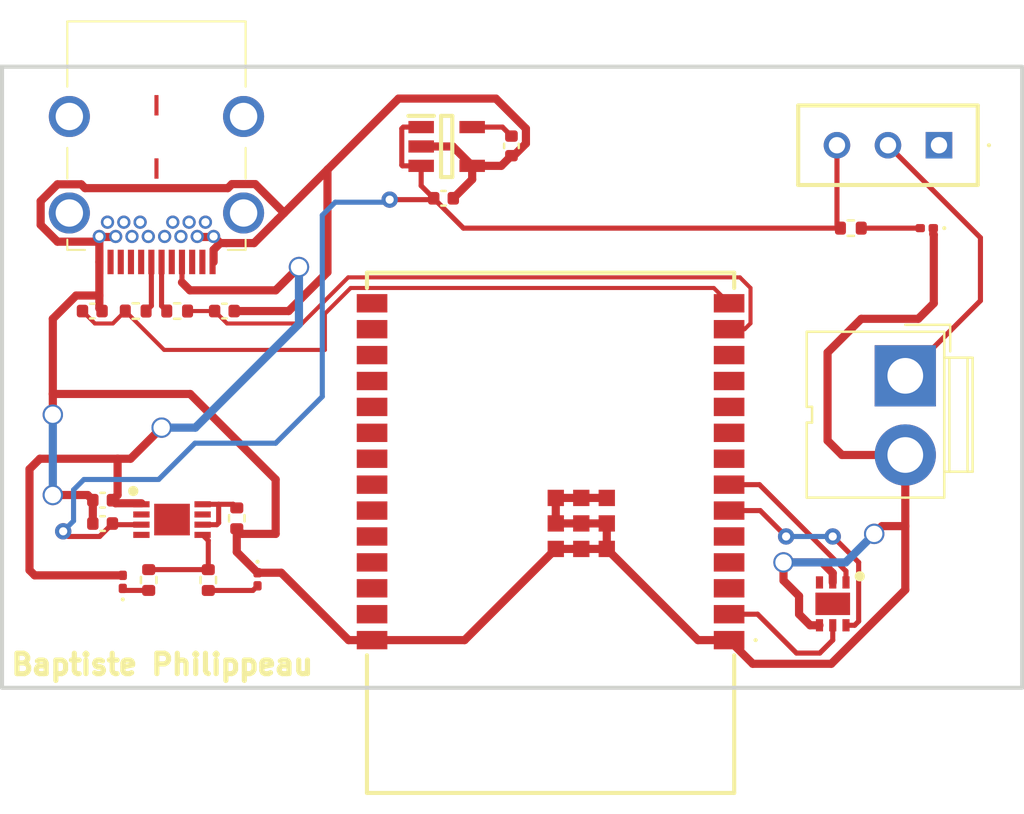
<source format=kicad_pcb>
(kicad_pcb (version 20221018) (generator pcbnew)
  (layers (0 "F.Cu" signal) (31 "B.Cu" signal) (34 "B.Paste" user) (35 "F.Paste" user) (36 "B.SilkS" user "B.Silkscreen") (37 "F.SilkS" user "F.Silkscreen") (38 "B.Mask" user) (39 "F.Mask" user) (44 "Edge.Cuts" user))
  (net 0 "")
  (net 1 "/3.3V_REG")
  (net 2 "GND")
  (net 3 "/V_INT")
  (net 4 "+5V")
  (net 5 "/USB_D-")
  (net 6 "/USB_D+")
  (net 7 "Net-(D1-K)")
  (net 8 "Net-(D3-A)")
  (net 9 "+3.3V")
  (net 13 "/IO6")
  (net 14 "/IO7")
  (net 35 "Net-(IC2-STAT)")
  (net 36 "Net-(IC2-PROG)")
  (net 50 "Net-(J1-DP1)")
  (net 51 "Net-(J1-DN1)")
  (net 66 "/V_BAT_IN+")
  (net 67 "Net-(D2-A)")
  (footprint "librairie_tp1:SLW8839352AD" (layer "F.Cu") (at 145.923 69.088 180)
    (fp_text reference "S1" hide)
    (fp_text value "SLW-883935-2A-D switch" hide)
    (fp_line (start -2.5 0) (end -2.5 0) (stroke (width 0.1)) (layer "F.SilkS"))
    (fp_line (start -2.4 0) (end -2.4 0) (stroke (width 0.1)) (layer "F.SilkS"))
    (fp_line (start -1.9 -1.95) (end 6.9 -1.95) (stroke (width 0.2)) (layer "F.SilkS"))
    (fp_line (start -1.9 1.95) (end -1.9 -1.95) (stroke (width 0.2)) (layer "F.SilkS"))
    (fp_line (start 6.9 -1.95) (end 6.9 1.95) (stroke (width 0.2)) (layer "F.SilkS"))
    (fp_line (start 6.9 1.95) (end -1.9 1.95) (stroke (width 0.2)) (layer "F.SilkS"))
    (fp_arc (start -2.5 0) (mid -2.45 -0.05) (end -2.4 0) (stroke (width 0.1)) (layer "F.SilkS"))
    (fp_arc (start -2.4 0) (mid -2.45 0.05) (end -2.5 0) (stroke (width 0.1)) (layer "F.SilkS"))
    (pad "1" thru_hole rect (at 0 0 180) (size 1.3 1.3) (drill 0.8) (layers "*.Cu" "*.Mask"))
    (pad "2" thru_hole circle (at 2.5 0 180) (size 1.3 1.3) (drill 0.8) (layers "*.Cu" "*.Mask") (net 66 "/V_BAT_IN+"))
    (pad "3" thru_hole circle (at 5 0 180) (size 1.3 1.3) (drill 0.8) (layers "*.Cu" "*.Mask") (net 3 "/V_INT"))
  )
  (footprint "LED_SMD:LED_0201_0603Metric" (layer "F.Cu") (at 112.522 90.363 -90)
    (fp_text reference "D2" hide)
    (fp_text value "LED RED" hide)
    (fp_circle (center -0.86 0) (end -0.81 0) (stroke (width 0.1)) (fill none) (layer "F.SilkS"))
    (pad "1" smd roundrect (at -0.32 0 270) (size 0.46 0.4) (layers "F.Cu" "F.Mask") (net 2 "GND"))
    (pad "2" smd roundrect (at 0.32 0 270) (size 0.46 0.4) (layers "F.Cu" "F.Mask") (net 67 "Net-(D2-A)"))
  )
  (footprint "Capacitor_SMD:C_0402_1005Metric" (layer "F.Cu") (at 121.638 71.689)
    (fp_text reference "C2" hide)
    (fp_text value "1uf" hide)
    (fp_line (start -0.107836 -0.36) (end 0.107836 -0.36) (stroke (width 0.12)) (layer "F.SilkS"))
    (fp_line (start -0.107836 0.36) (end 0.107836 0.36) (stroke (width 0.12)) (layer "F.SilkS"))
    (pad "1" smd roundrect (at -0.48 0) (size 0.56 0.62) (layers "F.Cu" "F.Paste" "F.Mask") (net 3 "/V_INT"))
    (pad "2" smd roundrect (at 0.48 0) (size 0.56 0.62) (layers "F.Cu" "F.Paste" "F.Mask") (net 2 "GND"))
  )
  (footprint "Connector:JWT_A3963_1x02_P3.96mm_Vertical" (layer "F.Cu") (at 144.272 80.391 -90)
    (fp_text reference "J2" hide)
    (fp_text value "Conn_01x02_Pin" hide)
    (fp_line (start -2.5 -2.2) (end -2.5 0) (stroke (width 0.12)) (layer "F.SilkS"))
    (fp_line (start -2.16 -1.91) (end -2.16 0) (stroke (width 0.12)) (layer "F.SilkS"))
    (fp_line (start -2.16 -1.91) (end 5.97 -1.91) (stroke (width 0.12)) (layer "F.SilkS"))
    (fp_line (start -2.16 0) (end -2.16 4.83) (stroke (width 0.12)) (layer "F.SilkS"))
    (fp_line (start -1.2 -2.2) (end -2.5 -2.2) (stroke (width 0.12)) (layer "F.SilkS"))
    (fp_line (start -0.89 -3.3) (end 4.7 -3.3) (stroke (width 0.12)) (layer "F.SilkS"))
    (fp_line (start -0.89 -3.05) (end 4.7 -3.05) (stroke (width 0.12)) (layer "F.SilkS"))
    (fp_line (start -0.89 -2.16) (end 4.7 -2.16) (stroke (width 0.12)) (layer "F.SilkS"))
    (fp_line (start -0.89 -1.91) (end -0.89 -3.3) (stroke (width 0.12)) (layer "F.SilkS"))
    (fp_line (start 1.52 4.57) (end 2.29 4.57) (stroke (width 0.12)) (layer "F.SilkS"))
    (fp_line (start 1.52 4.83) (end -2.16 4.83) (stroke (width 0.12)) (layer "F.SilkS"))
    (fp_line (start 1.52 4.83) (end 1.52 4.57) (stroke (width 0.12)) (layer "F.SilkS"))
    (fp_line (start 2.29 4.57) (end 2.29 4.83) (stroke (width 0.12)) (layer "F.SilkS"))
    (fp_line (start 2.29 4.83) (end 5.97 4.83) (stroke (width 0.12)) (layer "F.SilkS"))
    (fp_line (start 4.7 -1.91) (end 4.7 -3.3) (stroke (width 0.12)) (layer "F.SilkS"))
    (fp_line (start 5.97 -1.91) (end 5.97 0) (stroke (width 0.12)) (layer "F.SilkS"))
    (fp_line (start 5.97 4.83) (end 5.97 0) (stroke (width 0.12)) (layer "F.SilkS"))
    (pad "1" thru_hole rect (at 0 0 270) (size 3 3) (drill 1.75) (layers "*.Cu" "*.Mask") (net 66 "/V_BAT_IN+"))
    (pad "2" thru_hole circle (at 3.88 0 270) (size 3 3) (drill 1.75) (layers "*.Cu" "*.Mask") (net 2 "GND"))
  )
  (footprint "Resistor_SMD:R_0402_1005Metric" (layer "F.Cu") (at 111.506 87.374 -90)
    (fp_text reference "R5" hide)
    (fp_text value "2k" hide)
    (fp_line (start -0.153641 -0.38) (end 0.153641 -0.38) (stroke (width 0.12)) (layer "F.SilkS"))
    (fp_line (start -0.153641 0.38) (end 0.153641 0.38) (stroke (width 0.12)) (layer "F.SilkS"))
    (pad "1" smd roundrect (at -0.51 0 270) (size 0.54 0.64) (layers "F.Cu" "F.Paste" "F.Mask") (net 36 "Net-(IC2-PROG)"))
    (pad "2" smd roundrect (at 0.51 0 270) (size 0.54 0.64) (layers "F.Cu" "F.Paste" "F.Mask") (net 2 "GND"))
  )
  (footprint "Capacitor_SMD:C_0402_1005Metric" (layer "F.Cu") (at 110.899 77.216)
    (fp_text reference "C6" hide)
    (fp_text value "1uf" hide)
    (fp_line (start -0.107836 -0.36) (end 0.107836 -0.36) (stroke (width 0.12)) (layer "F.SilkS"))
    (fp_line (start -0.107836 0.36) (end 0.107836 0.36) (stroke (width 0.12)) (layer "F.SilkS"))
    (pad "1" smd roundrect (at -0.48 0) (size 0.56 0.62) (layers "F.Cu" "F.Paste" "F.Mask") (net 6 "/USB_D+"))
    (pad "2" smd roundrect (at 0.48 0) (size 0.56 0.62) (layers "F.Cu" "F.Paste" "F.Mask") (net 2 "GND"))
  )
  (footprint "librairie_tp1:SON65P200X200X80-7N" (layer "F.Cu") (at 140.716 91.567 -90)
    (fp_text reference "IC4" hide)
    (fp_text value "TMP117NAIDRVR capteur temp" hide)
    (fp_circle (center -1.35 -1.325) (end -1.35 -1.2) (stroke (width 0.25)) (fill none) (layer "F.SilkS"))
    (pad "1" smd rect (at -1.05 -0.65) (size 0.35 0.6) (layers "F.Cu" "F.Paste" "F.Mask") (net 14 "/IO7"))
    (pad "2" smd rect (at -1.05 0) (size 0.35 0.6) (layers "F.Cu" "F.Paste" "F.Mask") (net 2 "GND"))
    (pad "3" smd rect (at -1.05 0.65) (size 0.35 0.6) (layers "F.Cu" "F.Paste" "F.Mask"))
    (pad "4" smd rect (at 1.05 0.65) (size 0.35 0.6) (layers "F.Cu" "F.Paste" "F.Mask") (net 2 "GND"))
    (pad "5" smd rect (at 1.05 0) (size 0.35 0.6) (layers "F.Cu" "F.Paste" "F.Mask") (net 9 "+3.3V"))
    (pad "6" smd rect (at 1.05 -0.65) (size 0.35 0.6) (layers "F.Cu" "F.Paste" "F.Mask") (net 13 "/IO6"))
    (pad "7" smd rect (at 0 0 270) (size 1.1 1.7) (layers "F.Cu" "F.Paste" "F.Mask"))
  )
  (footprint "librairie_tp1:ESP32C6WROOM1N4" (layer "F.Cu") (at 126.886 88.085 180)
    (fp_text reference "IC1" hide)
    (fp_text value "ESP32-C6-WROOM-1-N4" hide)
    (fp_line (start -10.1 -5.26) (end -10.1 -5.26) (stroke (width 0.1)) (layer "F.SilkS"))
    (fp_line (start -10 -5.26) (end -10 -5.26) (stroke (width 0.1)) (layer "F.SilkS"))
    (fp_line (start -9 -12.75) (end 9 -12.75) (stroke (width 0.2)) (layer "F.SilkS"))
    (fp_line (start -9 -6) (end -9 -12.75) (stroke (width 0.2)) (layer "F.SilkS"))
    (fp_line (start -9 12) (end -9 12.75) (stroke (width 0.2)) (layer "F.SilkS"))
    (fp_line (start -9 12.75) (end 9 12.75) (stroke (width 0.2)) (layer "F.SilkS"))
    (fp_line (start 9 -12.75) (end 9 -6) (stroke (width 0.2)) (layer "F.SilkS"))
    (fp_line (start 9 12.75) (end 9 12) (stroke (width 0.2)) (layer "F.SilkS"))
    (fp_arc (start -10.1 -5.26) (mid -10.05 -5.31) (end -10 -5.26) (stroke (width 0.1)) (layer "F.SilkS"))
    (fp_arc (start -10 -5.26) (mid -10.05 -5.21) (end -10.1 -5.26) (stroke (width 0.1)) (layer "F.SilkS"))
    (pad "1" smd rect (at -8.75 -5.26 270) (size 0.9 1.5) (layers "F.Cu" "F.Paste" "F.Mask") (net 2 "GND"))
    (pad "2" smd rect (at -8.75 -3.99 270) (size 0.9 1.5) (layers "F.Cu" "F.Paste" "F.Mask") (net 9 "+3.3V"))
    (pad "3" smd rect (at -8.75 -2.72 270) (size 0.9 1.5) (layers "F.Cu" "F.Paste" "F.Mask"))
    (pad "4" smd rect (at -8.75 -1.45 270) (size 0.9 1.5) (layers "F.Cu" "F.Paste" "F.Mask"))
    (pad "5" smd rect (at -8.75 -0.18 270) (size 0.9 1.5) (layers "F.Cu" "F.Paste" "F.Mask"))
    (pad "6" smd rect (at -8.75 1.09 270) (size 0.9 1.5) (layers "F.Cu" "F.Paste" "F.Mask") (net 13 "/IO6"))
    (pad "7" smd rect (at -8.75 2.36 270) (size 0.9 1.5) (layers "F.Cu" "F.Paste" "F.Mask") (net 14 "/IO7"))
    (pad "8" smd rect (at -8.75 3.63 270) (size 0.9 1.5) (layers "F.Cu" "F.Paste" "F.Mask"))
    (pad "9" smd rect (at -8.75 4.9 270) (size 0.9 1.5) (layers "F.Cu" "F.Paste" "F.Mask"))
    (pad "10" smd rect (at -8.75 6.17 270) (size 0.9 1.5) (layers "F.Cu" "F.Paste" "F.Mask"))
    (pad "11" smd rect (at -8.75 7.44 270) (size 0.9 1.5) (layers "F.Cu" "F.Paste" "F.Mask"))
    (pad "12" smd rect (at -8.75 8.71 270) (size 0.9 1.5) (layers "F.Cu" "F.Paste" "F.Mask"))
    (pad "13" smd rect (at -8.75 9.98 270) (size 0.9 1.5) (layers "F.Cu" "F.Paste" "F.Mask") (net 6 "/USB_D+"))
    (pad "14" smd rect (at -8.75 11.25 270) (size 0.9 1.5) (layers "F.Cu" "F.Paste" "F.Mask") (net 5 "/USB_D-"))
    (pad "15" smd rect (at 8.75 11.25 270) (size 0.9 1.5) (layers "F.Cu" "F.Paste" "F.Mask"))
    (pad "16" smd rect (at 8.75 9.98 270) (size 0.9 1.5) (layers "F.Cu" "F.Paste" "F.Mask"))
    (pad "17" smd rect (at 8.75 8.71 270) (size 0.9 1.5) (layers "F.Cu" "F.Paste" "F.Mask"))
    (pad "18" smd rect (at 8.75 7.44 270) (size 0.9 1.5) (layers "F.Cu" "F.Paste" "F.Mask"))
    (pad "19" smd rect (at 8.75 6.17 270) (size 0.9 1.5) (layers "F.Cu" "F.Paste" "F.Mask"))
    (pad "20" smd rect (at 8.75 4.9 270) (size 0.9 1.5) (layers "F.Cu" "F.Paste" "F.Mask"))
    (pad "21" smd rect (at 8.75 3.63 270) (size 0.9 1.5) (layers "F.Cu" "F.Paste" "F.Mask"))
    (pad "22" smd rect (at 8.75 2.36 270) (size 0.9 1.5) (layers "F.Cu" "F.Paste" "F.Mask"))
    (pad "23" smd rect (at 8.75 1.09 270) (size 0.9 1.5) (layers "F.Cu" "F.Paste" "F.Mask"))
    (pad "24" smd rect (at 8.75 -0.18 270) (size 0.9 1.5) (layers "F.Cu" "F.Paste" "F.Mask"))
    (pad "25" smd rect (at 8.75 -1.45 270) (size 0.9 1.5) (layers "F.Cu" "F.Paste" "F.Mask"))
    (pad "26" smd rect (at 8.75 -2.72 270) (size 0.9 1.5) (layers "F.Cu" "F.Paste" "F.Mask"))
    (pad "27" smd rect (at 8.75 -3.99 270) (size 0.9 1.5) (layers "F.Cu" "F.Paste" "F.Mask"))
    (pad "28" smd rect (at 8.75 -5.26 270) (size 0.9 1.5) (layers "F.Cu" "F.Paste" "F.Mask") (net 2 "GND"))
    (pad "29" smd rect (at -1.505 0.46 270) (size 0.8 0.8) (layers "F.Cu" "F.Paste" "F.Mask") (net 2 "GND"))
    (pad "30" smd rect (at -1.505 -0.79 270) (size 0.8 0.8) (layers "F.Cu" "F.Paste" "F.Mask") (net 2 "GND"))
    (pad "31" smd rect (at -2.755 -0.79 270) (size 0.8 0.8) (layers "F.Cu" "F.Paste" "F.Mask") (net 2 "GND"))
    (pad "32" smd rect (at -2.755 0.46 270) (size 0.8 0.8) (layers "F.Cu" "F.Paste" "F.Mask") (net 2 "GND"))
    (pad "33" smd rect (at -2.755 1.71 270) (size 0.8 0.8) (layers "F.Cu" "F.Paste" "F.Mask") (net 2 "GND"))
    (pad "34" smd rect (at -1.505 1.71 270) (size 0.8 0.8) (layers "F.Cu" "F.Paste" "F.Mask") (net 2 "GND"))
    (pad "35" smd rect (at -0.255 1.71 270) (size 0.8 0.8) (layers "F.Cu" "F.Paste" "F.Mask") (net 2 "GND"))
    (pad "36" smd rect (at -0.255 0.46 270) (size 0.8 0.8) (layers "F.Cu" "F.Paste" "F.Mask") (net 2 "GND"))
    (pad "37" smd rect (at -0.255 -0.79 270) (size 0.8 0.8) (layers "F.Cu" "F.Paste" "F.Mask") (net 2 "GND"))
  )
  (footprint "Capacitor_SMD:C_0402_1005Metric" (layer "F.Cu") (at 104.93 86.487 180)
    (fp_text reference "C3" hide)
    (fp_text value "4,7uf" hide)
    (fp_line (start -0.107836 -0.36) (end 0.107836 -0.36) (stroke (width 0.12)) (layer "F.SilkS"))
    (fp_line (start -0.107836 0.36) (end 0.107836 0.36) (stroke (width 0.12)) (layer "F.SilkS"))
    (pad "1" smd roundrect (at -0.48 0 180) (size 0.56 0.62) (layers "F.Cu" "F.Paste" "F.Mask") (net 4 "+5V"))
    (pad "2" smd roundrect (at 0.48 0 180) (size 0.56 0.62) (layers "F.Cu" "F.Paste" "F.Mask") (net 2 "GND"))
  )
  (footprint "Resistor_SMD:R_0402_1005Metric" (layer "F.Cu") (at 141.603 73.152 180)
    (fp_text reference "R4" hide)
    (fp_text value "1k" hide)
    (fp_line (start -0.153641 -0.38) (end 0.153641 -0.38) (stroke (width 0.12)) (layer "F.SilkS"))
    (fp_line (start -0.153641 0.38) (end 0.153641 0.38) (stroke (width 0.12)) (layer "F.SilkS"))
    (pad "1" smd roundrect (at -0.51 0 180) (size 0.54 0.64) (layers "F.Cu" "F.Paste" "F.Mask") (net 8 "Net-(D3-A)"))
    (pad "2" smd roundrect (at 0.51 0 180) (size 0.54 0.64) (layers "F.Cu" "F.Paste" "F.Mask") (net 3 "/V_INT"))
  )
  (footprint "librairie_tp1:SOT95P275X110-5N" (layer "F.Cu") (at 121.793 69.149)
    (fp_text reference "IC3")
    (fp_text value "NCV8161ASN330T1G reg tension" hide)
    (fp_line (start -1.875 -1.5) (end -0.625 -1.5) (stroke (width 0.2)) (layer "F.SilkS"))
    (fp_line (start -0.275 -1.5) (end 0.275 -1.5) (stroke (width 0.2)) (layer "F.SilkS"))
    (fp_line (start -0.275 1.5) (end -0.275 -1.5) (stroke (width 0.2)) (layer "F.SilkS"))
    (fp_line (start 0.275 -1.5) (end 0.275 1.5) (stroke (width 0.2)) (layer "F.SilkS"))
    (fp_line (start 0.275 1.5) (end -0.275 1.5) (stroke (width 0.2)) (layer "F.SilkS"))
    (pad "1" smd rect (at -1.25 -0.95 90) (size 0.6 1.25) (layers "F.Cu" "F.Paste" "F.Mask") (net 3 "/V_INT"))
    (pad "2" smd rect (at -1.25 0 90) (size 0.6 1.25) (layers "F.Cu" "F.Paste" "F.Mask") (net 2 "GND"))
    (pad "3" smd rect (at -1.25 0.95 90) (size 0.6 1.25) (layers "F.Cu" "F.Paste" "F.Mask") (net 3 "/V_INT"))
    (pad "4" smd rect (at 1.25 0.95 90) (size 0.6 1.25) (layers "F.Cu" "F.Paste" "F.Mask") (net 2 "GND"))
    (pad "5" smd rect (at 1.25 -0.95 90) (size 0.6 1.25) (layers "F.Cu" "F.Paste" "F.Mask") (net 1 "/3.3V_REG"))
  )
  (footprint "Resistor_SMD:R_0402_1005Metric" (layer "F.Cu") (at 108.583 77.216 180)
    (fp_text reference "R6" hide)
    (fp_text value "470" hide)
    (fp_line (start -0.153641 -0.38) (end 0.153641 -0.38) (stroke (width 0.12)) (layer "F.SilkS"))
    (fp_line (start -0.153641 0.38) (end 0.153641 0.38) (stroke (width 0.12)) (layer "F.SilkS"))
    (pad "1" smd roundrect (at -0.51 0 180) (size 0.54 0.64) (layers "F.Cu" "F.Paste" "F.Mask") (net 6 "/USB_D+"))
    (pad "2" smd roundrect (at 0.51 0 180) (size 0.54 0.64) (layers "F.Cu" "F.Paste" "F.Mask") (net 50 "Net-(J1-DP1)"))
  )
  (footprint "Resistor_SMD:R_0402_1005Metric" (layer "F.Cu") (at 106.551 77.216 180)
    (fp_text reference "R7" hide)
    (fp_text value "470" hide)
    (fp_line (start -0.153641 -0.38) (end 0.153641 -0.38) (stroke (width 0.12)) (layer "F.SilkS"))
    (fp_line (start -0.153641 0.38) (end 0.153641 0.38) (stroke (width 0.12)) (layer "F.SilkS"))
    (pad "1" smd roundrect (at -0.51 0 180) (size 0.54 0.64) (layers "F.Cu" "F.Paste" "F.Mask") (net 51 "Net-(J1-DN1)"))
    (pad "2" smd roundrect (at 0.51 0 180) (size 0.54 0.64) (layers "F.Cu" "F.Paste" "F.Mask") (net 5 "/USB_D-"))
  )
  (footprint "Capacitor_SMD:C_0402_1005Metric" (layer "F.Cu") (at 104.422 77.216)
    (fp_text reference "C5" hide)
    (fp_text value "1uf" hide)
    (fp_line (start -0.107836 -0.36) (end 0.107836 -0.36) (stroke (width 0.12)) (layer "F.SilkS"))
    (fp_line (start -0.107836 0.36) (end 0.107836 0.36) (stroke (width 0.12)) (layer "F.SilkS"))
    (pad "1" smd roundrect (at -0.48 0) (size 0.56 0.62) (layers "F.Cu" "F.Paste" "F.Mask") (net 5 "/USB_D-"))
    (pad "2" smd roundrect (at 0.48 0) (size 0.56 0.62) (layers "F.Cu" "F.Paste" "F.Mask") (net 2 "GND"))
  )
  (footprint "Capacitor_SMD:C_0402_1005Metric" (layer "F.Cu") (at 124.968 69.121 -90)
    (fp_text reference "C1" hide)
    (fp_text value "1uf" hide)
    (fp_line (start -0.107836 -0.36) (end 0.107836 -0.36) (stroke (width 0.12)) (layer "F.SilkS"))
    (fp_line (start -0.107836 0.36) (end 0.107836 0.36) (stroke (width 0.12)) (layer "F.SilkS"))
    (pad "1" smd roundrect (at -0.48 0 270) (size 0.56 0.62) (layers "F.Cu" "F.Paste" "F.Mask") (net 1 "/3.3V_REG"))
    (pad "2" smd roundrect (at 0.48 0 270) (size 0.56 0.62) (layers "F.Cu" "F.Paste" "F.Mask") (net 2 "GND"))
  )
  (footprint "librairie_tp1:SON50P300X200X100-9N-D" (layer "F.Cu") (at 108.331 87.4365)
    (fp_text reference "IC2" hide)
    (fp_text value "MCP73831T-2DCI_MC recharge batterie" hide)
    (fp_circle (center -1.9 -1.4) (end -1.9 -1.275) (stroke (width 0.25)) (fill none) (layer "F.SilkS"))
    (pad "1" smd rect (at -1.5 -0.75 90) (size 0.3 0.8) (layers "F.Cu" "F.Paste" "F.Mask") (net 4 "+5V"))
    (pad "2" smd rect (at -1.5 -0.25 90) (size 0.3 0.8) (layers "F.Cu" "F.Paste" "F.Mask"))
    (pad "3" smd rect (at -1.5 0.25 90) (size 0.3 0.8) (layers "F.Cu" "F.Paste" "F.Mask") (net 3 "/V_INT"))
    (pad "4" smd rect (at -1.5 0.75 90) (size 0.3 0.8) (layers "F.Cu" "F.Paste" "F.Mask"))
    (pad "5" smd rect (at 1.5 0.75 90) (size 0.3 0.8) (layers "F.Cu" "F.Paste" "F.Mask") (net 35 "Net-(IC2-STAT)"))
    (pad "6" smd rect (at 1.5 0.25 90) (size 0.3 0.8) (layers "F.Cu" "F.Paste" "F.Mask") (net 36 "Net-(IC2-PROG)"))
    (pad "7" smd rect (at 1.5 -0.25 90) (size 0.3 0.8) (layers "F.Cu" "F.Paste" "F.Mask"))
    (pad "8" smd rect (at 1.5 -0.75 90) (size 0.3 0.8) (layers "F.Cu" "F.Paste" "F.Mask") (net 36 "Net-(IC2-PROG)"))
    (pad "9" smd rect (at 0 0 90) (size 1.55 1.75) (layers "F.Cu" "F.Paste" "F.Mask"))
  )
  (footprint "Capacitor_SMD:C_0402_1005Metric" (layer "F.Cu") (at 104.93 87.63 180)
    (fp_text reference "C4" hide)
    (fp_text value "4,7uf" hide)
    (fp_line (start -0.107836 -0.36) (end 0.107836 -0.36) (stroke (width 0.12)) (layer "F.SilkS"))
    (fp_line (start -0.107836 0.36) (end 0.107836 0.36) (stroke (width 0.12)) (layer "F.SilkS"))
    (pad "1" smd roundrect (at -0.48 0 180) (size 0.56 0.62) (layers "F.Cu" "F.Paste" "F.Mask") (net 3 "/V_INT"))
    (pad "2" smd roundrect (at 0.48 0 180) (size 0.56 0.62) (layers "F.Cu" "F.Paste" "F.Mask") (net 2 "GND"))
  )
  (footprint "librairie_tp1:632723300011" (layer "F.Cu") (at 107.569 68.915 180)
    (fp_text reference "J1" hide)
    (fp_text value "632723300011 connecteur" hide)
    (fp_line (start -4.37 -5.305) (end -3.5 -5.305) (stroke (width 0.1)) (layer "F.SilkS"))
    (fp_line (start -4.37 -4.805) (end -4.37 -5.305) (stroke (width 0.1)) (layer "F.SilkS"))
    (fp_line (start -4.37 -0.305) (end -4.37 -1.805) (stroke (width 0.1)) (layer "F.SilkS"))
    (fp_line (start -4.37 2.695) (end -4.37 5.895) (stroke (width 0.1)) (layer "F.SilkS"))
    (fp_line (start -4.37 5.895) (end 4.37 5.895) (stroke (width 0.1)) (layer "F.SilkS"))
    (fp_line (start 4.37 -5.305) (end 3.5 -5.305) (stroke (width 0.1)) (layer "F.SilkS"))
    (fp_line (start 4.37 -4.805) (end 4.37 -5.305) (stroke (width 0.1)) (layer "F.SilkS"))
    (fp_line (start 4.37 -0.305) (end 4.37 -1.805) (stroke (width 0.1)) (layer "F.SilkS"))
    (fp_line (start 4.37 5.895) (end 4.37 2.695) (stroke (width 0.1)) (layer "F.SilkS"))
    (pad "1" thru_hole circle (at 2 -4.645 180) (size 0.65 0.65) (drill 0.4) (layers "*.Cu" "*.Mask") (net 2 "GND"))
    (pad "2" thru_hole circle (at -2 -4.645 180) (size 0.65 0.65) (drill 0.4) (layers "*.Cu" "*.Mask") (net 2 "GND"))
    (pad "3" thru_hole circle (at 4.27 -3.495 180) (size 2.012 2.012) (drill 1.3416) (layers "*.Cu" "*.Mask"))
    (pad "4" thru_hole circle (at -4.27 -3.495 180) (size 2.012 2.012) (drill 1.3416) (layers "*.Cu" "*.Mask"))
    (pad "5" thru_hole circle (at 4.27 1.235 180) (size 2.012 2.012) (drill 1.3416) (layers "*.Cu" "*.Mask"))
    (pad "6" thru_hole circle (at -4.27 1.235 180) (size 2.012 2.012) (drill 1.3416) (layers "*.Cu" "*.Mask"))
    (pad "7" smd rect (at 0 -1.315 180) (size 0.2 1) (layers "F.Cu" "F.Paste" "F.Mask"))
    (pad "8" smd rect (at 0 1.785 180) (size 0.2 1) (layers "F.Cu" "F.Paste" "F.Mask"))
    (pad "A1" smd rect (at -2.75 -5.895 180) (size 0.3 1.2) (layers "F.Cu" "F.Paste" "F.Mask") (net 2 "GND"))
    (pad "A2" smd rect (at -2.25 -5.895 180) (size 0.3 1.2) (layers "F.Cu" "F.Paste" "F.Mask"))
    (pad "A3" smd rect (at -1.75 -5.895 180) (size 0.3 1.2) (layers "F.Cu" "F.Paste" "F.Mask"))
    (pad "A4" smd rect (at -1.25 -5.895 180) (size 0.3 1.2) (layers "F.Cu" "F.Paste" "F.Mask") (net 4 "+5V"))
    (pad "A5" smd rect (at -0.75 -5.895 180) (size 0.3 1.2) (layers "F.Cu" "F.Paste" "F.Mask"))
    (pad "A6" smd rect (at -0.25 -5.895 180) (size 0.3 1.2) (layers "F.Cu" "F.Paste" "F.Mask") (net 50 "Net-(J1-DP1)"))
    (pad "A7" smd rect (at 0.25 -5.895 180) (size 0.3 1.2) (layers "F.Cu" "F.Paste" "F.Mask") (net 51 "Net-(J1-DN1)"))
    (pad "A8" smd rect (at 0.75 -5.895 180) (size 0.3 1.2) (layers "F.Cu" "F.Paste" "F.Mask"))
    (pad "A9" smd rect (at 1.25 -5.895 180) (size 0.3 1.2) (layers "F.Cu" "F.Paste" "F.Mask"))
    (pad "A10" smd rect (at 1.75 -5.895 180) (size 0.3 1.2) (layers "F.Cu" "F.Paste" "F.Mask"))
    (pad "A11" smd rect (at 2.25 -5.895 180) (size 0.3 1.2) (layers "F.Cu" "F.Paste" "F.Mask"))
    (pad "A12" smd rect (at 2.75 -5.895 180) (size 0.3 1.2) (layers "F.Cu" "F.Paste" "F.Mask") (net 2 "GND"))
    (pad "B1" thru_hole circle (at 2.8 -4.645 180) (size 0.65 0.65) (drill 0.4) (layers "*.Cu" "*.Mask") (net 2 "GND"))
    (pad "B2" thru_hole circle (at 2.4 -3.945 180) (size 0.65 0.65) (drill 0.4) (layers "*.Cu" "*.Mask"))
    (pad "B3" thru_hole circle (at 1.6 -3.945 180) (size 0.65 0.65) (drill 0.4) (layers "*.Cu" "*.Mask"))
    (pad "B4" thru_hole circle (at 1.2 -4.645 180) (size 0.65 0.65) (drill 0.4) (layers "*.Cu" "*.Mask"))
    (pad "B5" thru_hole circle (at 0.8 -3.945 180) (size 0.65 0.65) (drill 0.4) (layers "*.Cu" "*.Mask"))
    (pad "B6" thru_hole circle (at 0.4 -4.645 180) (size 0.65 0.65) (drill 0.4) (layers "*.Cu" "*.Mask"))
    (pad "B7" thru_hole circle (at -0.4 -4.645 180) (size 0.65 0.65) (drill 0.4) (layers "*.Cu" "*.Mask"))
    (pad "B8" thru_hole circle (at -0.8 -3.945 180) (size 0.65 0.65) (drill 0.4) (layers "*.Cu" "*.Mask"))
    (pad "B9" thru_hole circle (at -1.2 -4.645 180) (size 0.65 0.65) (drill 0.4) (layers "*.Cu" "*.Mask"))
    (pad "B10" thru_hole circle (at -1.6 -3.945 180) (size 0.65 0.65) (drill 0.4) (layers "*.Cu" "*.Mask"))
    (pad "B11" thru_hole circle (at -2.4 -3.945 180) (size 0.65 0.65) (drill 0.4) (layers "*.Cu" "*.Mask"))
    (pad "B12" thru_hole circle (at -2.8 -4.645 180) (size 0.65 0.65) (drill 0.4) (layers "*.Cu" "*.Mask") (net 2 "GND"))
  )
  (footprint "LED_SMD:LED_0201_0603Metric" (layer "F.Cu") (at 105.918 90.49 90)
    (fp_text reference "D1" hide)
    (fp_text value "LED GREEN" hide)
    (fp_circle (center -0.86 0) (end -0.81 0) (stroke (width 0.1)) (fill none) (layer "F.SilkS"))
    (pad "1" smd roundrect (at -0.32 0 90) (size 0.46 0.4) (layers "F.Cu" "F.Mask") (net 7 "Net-(D1-K)"))
    (pad "2" smd roundrect (at 0.32 0 90) (size 0.46 0.4) (layers "F.Cu" "F.Mask") (net 4 "+5V"))
  )
  (footprint "Resistor_SMD:R_0402_1005Metric" (layer "F.Cu") (at 110.109 90.401 -90)
    (fp_text reference "R2" hide)
    (fp_text value "470" hide)
    (fp_line (start -0.153641 -0.38) (end 0.153641 -0.38) (stroke (width 0.12)) (layer "F.SilkS"))
    (fp_line (start -0.153641 0.38) (end 0.153641 0.38) (stroke (width 0.12)) (layer "F.SilkS"))
    (pad "1" smd roundrect (at -0.51 0 270) (size 0.54 0.64) (layers "F.Cu" "F.Paste" "F.Mask") (net 35 "Net-(IC2-STAT)"))
    (pad "2" smd roundrect (at 0.51 0 270) (size 0.54 0.64) (layers "F.Cu" "F.Paste" "F.Mask") (net 67 "Net-(D2-A)"))
  )
  (footprint "Resistor_SMD:R_0402_1005Metric" (layer "F.Cu") (at 107.188 90.399 -90)
    (fp_text reference "R1" hide)
    (fp_text value "470" hide)
    (fp_line (start -0.153641 -0.38) (end 0.153641 -0.38) (stroke (width 0.12)) (layer "F.SilkS"))
    (fp_line (start -0.153641 0.38) (end 0.153641 0.38) (stroke (width 0.12)) (layer "F.SilkS"))
    (pad "1" smd roundrect (at -0.51 0 270) (size 0.54 0.64) (layers "F.Cu" "F.Paste" "F.Mask") (net 35 "Net-(IC2-STAT)"))
    (pad "2" smd roundrect (at 0.51 0 270) (size 0.54 0.64) (layers "F.Cu" "F.Paste" "F.Mask") (net 7 "Net-(D1-K)"))
  )
  (footprint "LED_SMD:LED_0201_0603Metric" (layer "F.Cu") (at 145.324 73.152 180)
    (fp_text reference "D3" hide)
    (fp_text value "LED GREEN" hide)
    (fp_circle (center -0.86 0) (end -0.81 0) (stroke (width 0.1)) (fill none) (layer "F.SilkS"))
    (pad "1" smd roundrect (at -0.32 0 180) (size 0.46 0.4) (layers "F.Cu" "F.Mask") (net 2 "GND"))
    (pad "2" smd roundrect (at 0.32 0 180) (size 0.46 0.4) (layers "F.Cu" "F.Mask") (net 8 "Net-(D3-A)"))
  )
  (gr_rect (start 100 65.24) (end 150 95.682) (stroke (width 0.2)) (fill none) (layer "Edge.Cuts"))
  (gr_text "Baptiste Philippeau" (at 100.33 95.123) (layer "F.SilkS") (effects (font (size 1 1) (thickness 0.25) bold) (justify left bottom)))
  (segment (start 123.043 68.199) (end 124.526 68.199) (width 0.25) (layer "F.Cu") (net 1))
  (segment (start 124.526 68.199) (end 124.968 68.641) (width 0.25) (layer "F.Cu") (net 1))
  (segment (start 110.344 73.585) (end 109.594 73.585) (width 0.4) (layer "F.Cu") (net 2))
  (segment (start 104.769 77.083) (end 104.769 76.454) (width 0.4) (layer "F.Cu") (net 2))
  (segment (start 102.489 86.233) (end 104.196 86.233) (width 0.4) (layer "F.Cu") (net 2))
  (segment (start 111.506 87.884) (end 111.506 89.027) (width 0.4) (layer "F.Cu") (net 2))
  (segment (start 119.435385 66.802) (end 115.978693 70.258693) (width 0.4) (layer "F.Cu") (net 2))
  (segment (start 116.986 93.345) (end 118.136 93.345) (width 0.4) (layer "F.Cu") (net 2))
  (segment (start 110.694 73.885) (end 110.369 74.21) (width 0.4) (layer "F.Cu") (net 2))
  (segment (start 113.411 88.138) (end 111.76 88.138) (width 0.4) (layer "F.Cu") (net 2))
  (segment (start 125.678 68.274) (end 124.206 66.802) (width 0.4) (layer "F.Cu") (net 2))
  (segment (start 104.196 86.233) (end 104.45 86.487) (width 0.4) (layer "F.Cu") (net 2))
  (segment (start 111.069308 71.191307) (end 111.267615 70.993) (width 0.4) (layer "F.Cu") (net 2))
  (segment (start 139.065 91.186) (end 139.065 92.075) (width 0.4) (layer "F.Cu") (net 2))
  (segment (start 136.796 94.505) (end 140.645462 94.505) (width 0.4) (layer "F.Cu") (net 2))
  (segment (start 102.489 81.28) (end 102.489 82.296) (width 0.4) (layer "F.Cu") (net 2))
  (segment (start 122.118 71.689) (end 122.184 71.755) (width 0.4) (layer "F.Cu") (net 2))
  (segment (start 118.136 93.345) (end 122.671 93.345) (width 0.4) (layer "F.Cu") (net 2))
  (segment (start 134.111 93.345) (end 129.641 88.875) (width 0.4) (layer "F.Cu") (net 2))
  (segment (start 109.594 73.585) (end 109.569 73.56) (width 0.4) (layer "F.Cu") (net 2))
  (segment (start 145.644 73.152) (end 145.644 73.449107) (width 0.4) (layer "F.Cu") (net 2))
  (segment (start 113.411 85.471) (end 113.411 88.138) (width 0.4) (layer "F.Cu") (net 2))
  (segment (start 139.065 92.075) (end 139.607 92.617) (width 0.4) (layer "F.Cu") (net 2))
  (segment (start 145.644 73.449107) (end 145.669 73.474107) (width 0.4) (layer "F.Cu") (net 2))
  (segment (start 104.769 73.81) (end 104.763 73.816) (width 0.4) (layer "F.Cu") (net 2))
  (segment (start 103.881385 71.004) (end 104.068692 71.191307) (width 0.4) (layer "F.Cu") (net 2))
  (segment (start 113.819693 72.417693) (end 113.502193 72.735193) (width 0.4) (layer "F.Cu") (net 2))
  (segment (start 140.645462 94.505) (end 144.272 90.878462) (width 0.4) (layer "F.Cu") (net 2))
  (segment (start 102.489 81.28) (end 109.22 81.28) (width 0.4) (layer "F.Cu") (net 2))
  (segment (start 144.272 90.878462) (end 144.272 87.757) (width 0.4) (layer "F.Cu") (net 2))
  (segment (start 104.769 73.56) (end 104.769 73.81) (width 0.4) (layer "F.Cu") (net 2))
  (segment (start 111.379 77.216) (end 114.046 77.216) (width 0.4) (layer "F.Cu") (net 2))
  (segment (start 123.043 70.099) (end 124.47 70.099) (width 0.4) (layer "F.Cu") (net 2))
  (segment (start 122.093 69.149) (end 123.043 70.099) (width 0.4) (layer "F.Cu") (net 2))
  (segment (start 123.043 70.764) (end 122.118 71.689) (width 0.4) (layer "F.Cu") (net 2))
  (segment (start 128.391 88.875) (end 129.641 88.875) (width 0.4) (layer "F.Cu") (net 2))
  (segment (start 104.068692 71.191307) (end 111.069308 71.191307) (width 0.4) (layer "F.Cu") (net 2))
  (segment (start 109.22 81.28) (end 113.411 85.471) (width 0.4) (layer "F.Cu") (net 2))
  (segment (start 113.684 90.043) (end 116.986 93.345) (width 0.4) (layer "F.Cu") (net 2))
  (segment (start 115.978693 70.258693) (end 113.819693 72.417693) (width 0.4) (layer "F.Cu") (net 2))
  (segment (start 128.391 86.375) (end 129.641 86.375) (width 0.4) (layer "F.Cu") (net 2))
  (segment (start 140.462 83.566) (end 141.167 84.271) (width 0.4) (layer "F.Cu") (net 2))
  (segment (start 140.716 90.059462) (end 140.191538 89.535) (width 0.4) (layer "F.Cu") (net 2))
  (segment (start 124.206 66.802) (end 119.435385 66.802) (width 0.4) (layer "F.Cu") (net 2))
  (segment (start 127.141 86.375) (end 128.391 86.375) (width 0.4) (layer "F.Cu") (net 2))
  (segment (start 104.794 73.585) (end 105.544 73.585) (width 0.4) (layer "F.Cu") (net 2))
  (segment (start 144.272 87.757) (end 143.129 87.757) (width 0.4) (layer "F.Cu") (net 2))
  (segment (start 101.893 71.827615) (end 102.716615 71.004) (width 0.4) (layer "F.Cu") (net 2))
  (segment (start 124.968 69.601) (end 125.081675 69.601) (width 0.4) (layer "F.Cu") (net 2))
  (segment (start 120.543 69.149) (end 122.093 69.149) (width 0.4) (layer "F.Cu") (net 2))
  (segment (start 129.641 88.875) (end 129.641 87.625) (width 0.4) (layer "F.Cu") (net 2))
  (segment (start 129.641 87.625) (end 128.391 87.625) (width 0.4) (layer "F.Cu") (net 2))
  (segment (start 124.47 70.099) (end 124.968 69.601) (width 0.4) (layer "F.Cu") (net 2))
  (segment (start 111.506 89.027) (end 112.522 90.043) (width 0.4) (layer "F.Cu") (net 2))
  (segment (start 112.352385 73.885) (end 110.998 73.885) (width 0.4) (layer "F.Cu") (net 2))
  (segment (start 111.267615 70.993) (end 112.410385 70.993) (width 0.4) (layer "F.Cu") (net 2))
  (segment (start 113.502193 72.735193) (end 112.352385 73.885) (width 0.4) (layer "F.Cu") (net 2))
  (segment (start 135.636 93.345) (end 134.111 93.345) (width 0.4) (layer "F.Cu") (net 2))
  (segment (start 101.893 72.992385) (end 101.893 71.827615) (width 0.4) (layer "F.Cu") (net 2))
  (segment (start 115.951 70.286386) (end 115.978693 70.258693) (width 0.4) (layer "F.Cu") (net 2))
  (segment (start 123.043 70.099) (end 123.043 70.764) (width 0.4) (layer "F.Cu") (net 2))
  (segment (start 142.113 77.597) (end 140.462 79.248) (width 0.4) (layer "F.Cu") (net 2))
  (segment (start 140.191538 89.535) (end 138.303 89.535) (width 0.4) (layer "F.Cu") (net 2))
  (segment (start 104.769 73.56) (end 104.794 73.585) (width 0.4) (layer "F.Cu") (net 2))
  (segment (start 127.141 87.625) (end 127.141 86.375) (width 0.4) (layer "F.Cu") (net 2))
  (segment (start 125.081675 69.601) (end 125.678 69.004675) (width 0.4) (layer "F.Cu") (net 2))
  (segment (start 110.998 73.885) (end 110.694 73.885) (width 0.4) (layer "F.Cu") (net 2))
  (segment (start 143.129 87.757) (end 142.748 88.138) (width 0.4) (layer "F.Cu") (net 2))
  (segment (start 112.410385 70.993) (end 113.819693 72.402308) (width 0.4) (layer "F.Cu") (net 2))
  (segment (start 140.462 79.248) (end 140.462 83.566) (width 0.4) (layer "F.Cu") (net 2))
  (segment (start 127.141 88.875) (end 128.391 88.875) (width 0.4) (layer "F.Cu") (net 2))
  (segment (start 102.489 77.595325) (end 102.489 81.28) (width 0.4) (layer "F.Cu") (net 2))
  (segment (start 110.694 73.885) (end 110.369 73.56) (width 0.4) (layer "F.Cu") (net 2))
  (segment (start 115.951 75.311) (end 115.951 70.286386) (width 0.4) (layer "F.Cu") (net 2))
  (segment (start 104.763 73.816) (end 102.716615 73.816) (width 0.4) (layer "F.Cu") (net 2))
  (segment (start 141.167 84.271) (end 144.272 84.271) (width 0.4) (layer "F.Cu") (net 2))
  (segment (start 104.45 86.487) (end 104.45 87.63) (width 0.4) (layer "F.Cu") (net 2))
  (segment (start 145.669 76.835) (end 144.907 77.597) (width 0.4) (layer "F.Cu") (net 2))
  (segment (start 138.303 90.424) (end 139.065 91.186) (width 0.4) (layer "F.Cu") (net 2))
  (segment (start 104.769 74.81) (end 104.769 73.56) (width 0.4) (layer "F.Cu") (net 2))
  (segment (start 122.671 93.345) (end 127.141 88.875) (width 0.4) (layer "F.Cu") (net 2))
  (segment (start 111.76 88.138) (end 111.506 87.884) (width 0.4) (layer "F.Cu") (net 2))
  (segment (start 112.522 90.043) (end 113.684 90.043) (width 0.4) (layer "F.Cu") (net 2))
  (segment (start 128.391 87.625) (end 127.141 87.625) (width 0.4) (layer "F.Cu") (net 2))
  (segment (start 104.769 76.454) (end 104.769 74.81) (width 0.4) (layer "F.Cu") (net 2))
  (segment (start 110.369 74.21) (end 110.369 74.81) (width 0.4) (layer "F.Cu") (net 2))
  (segment (start 113.819693 72.402308) (end 113.819693 72.417693) (width 0.4) (layer "F.Cu") (net 2))
  (segment (start 102.716615 71.004) (end 103.881385 71.004) (width 0.4) (layer "F.Cu") (net 2))
  (segment (start 110.369 73.56) (end 110.344 73.585) (width 0.4) (layer "F.Cu") (net 2))
  (segment (start 139.607 92.617) (end 140.066 92.617) (width 0.4) (layer "F.Cu") (net 2))
  (segment (start 104.769 76.454) (end 103.630325 76.454) (width 0.4) (layer "F.Cu") (net 2))
  (segment (start 114.046 77.216) (end 115.951 75.311) (width 0.4) (layer "F.Cu") (net 2))
  (segment (start 144.272 87.757) (end 144.272 84.271) (width 0.4) (layer "F.Cu") (net 2))
  (segment (start 138.303 89.535) (end 138.303 90.424) (width 0.4) (layer "F.Cu") (net 2))
  (segment (start 103.630325 76.454) (end 102.489 77.595325) (width 0.4) (layer "F.Cu") (net 2))
  (segment (start 135.636 93.345) (end 136.796 94.505) (width 0.4) (layer "F.Cu") (net 2))
  (segment (start 102.716615 73.816) (end 101.893 72.992385) (width 0.4) (layer "F.Cu") (net 2))
  (segment (start 140.716 90.517) (end 140.716 90.059462) (width 0.4) (layer "F.Cu") (net 2))
  (segment (start 145.669 73.474107) (end 145.669 76.835) (width 0.4) (layer "F.Cu") (net 2))
  (segment (start 104.902 77.216) (end 104.769 77.083) (width 0.4) (layer "F.Cu") (net 2))
  (segment (start 105.544 73.585) (end 105.569 73.56) (width 0.4) (layer "F.Cu") (net 2))
  (segment (start 144.907 77.597) (end 142.113 77.597) (width 0.4) (layer "F.Cu") (net 2))
  (segment (start 125.678 69.004675) (end 125.678 68.274) (width 0.4) (layer "F.Cu") (net 2))
  (via (at 138.303 89.535) (size 1) (drill 0.8) (layers "F.Cu" "B.Cu") (net 2))
  (via (at 142.748 88.138) (size 1) (drill 0.8) (layers "F.Cu" "B.Cu") (net 2))
  (via (at 102.489 86.233) (size 1) (drill 0.8) (layers "F.Cu" "B.Cu") (net 2))
  (via (at 102.489 82.296) (size 1) (drill 0.8) (layers "F.Cu" "B.Cu") (net 2))
  (segment (start 141.351 89.535) (end 138.303 89.535) (width 0.4) (layer "B.Cu") (net 2))
  (segment (start 142.748 88.138) (end 141.351 89.535) (width 0.4) (layer "B.Cu") (net 2))
  (segment (start 102.489 82.296) (end 102.489 86.233) (width 0.4) (layer "B.Cu") (net 2))
  (segment (start 105.41 87.63) (end 105.4665 87.6865) (width 0.25) (layer "F.Cu") (net 3))
  (segment (start 120.543 71.074) (end 121.158 71.689) (width 0.25) (layer "F.Cu") (net 3))
  (segment (start 105.41 87.637609) (end 104.782609 88.265) (width 0.25) (layer "F.Cu") (net 3))
  (segment (start 105.41 87.63) (end 105.41 87.637609) (width 0.25) (layer "F.Cu") (net 3))
  (segment (start 104.782609 88.265) (end 103.251 88.265) (width 0.25) (layer "F.Cu") (net 3))
  (segment (start 140.923 72.982) (end 141.093 73.152) (width 0.25) (layer "F.Cu") (net 3))
  (segment (start 118.999 71.755) (end 121.092 71.755) (width 0.25) (layer "F.Cu") (net 3))
  (segment (start 121.158 71.696609) (end 122.613391 73.152) (width 0.25) (layer "F.Cu") (net 3))
  (segment (start 119.593 68.274) (end 119.593 70.063) (width 0.25) (layer "F.Cu") (net 3))
  (segment (start 105.4665 87.6865) (end 106.831 87.6865) (width 0.25) (layer "F.Cu") (net 3))
  (segment (start 119.629 70.099) (end 120.543 70.099) (width 0.25) (layer "F.Cu") (net 3))
  (segment (start 103.251 88.265) (end 102.997 88.011) (width 0.25) (layer "F.Cu") (net 3))
  (segment (start 120.543 68.199) (end 119.668 68.199) (width 0.25) (layer "F.Cu") (net 3))
  (segment (start 120.543 70.099) (end 120.543 71.074) (width 0.25) (layer "F.Cu") (net 3))
  (segment (start 121.092 71.755) (end 121.158 71.689) (width 0.25) (layer "F.Cu") (net 3))
  (segment (start 121.158 71.689) (end 121.158 71.696609) (width 0.25) (layer "F.Cu") (net 3))
  (segment (start 140.923 69.088) (end 140.923 72.982) (width 0.25) (layer "F.Cu") (net 3))
  (segment (start 122.613391 73.152) (end 141.093 73.152) (width 0.25) (layer "F.Cu") (net 3))
  (segment (start 119.593 70.063) (end 119.629 70.099) (width 0.25) (layer "F.Cu") (net 3))
  (segment (start 119.668 68.199) (end 119.593 68.274) (width 0.25) (layer "F.Cu") (net 3))
  (via (at 102.997 88.011) (size 0.8) (drill 0.4) (layers "F.Cu" "B.Cu") (net 3))
  (via (at 118.999 71.755) (size 0.8) (drill 0.4) (layers "F.Cu" "B.Cu") (net 3))
  (segment (start 115.697 72.517) (end 116.332 71.882) (width 0.25) (layer "B.Cu") (net 3))
  (segment (start 102.997 88.011) (end 103.505 87.503) (width 0.25) (layer "B.Cu") (net 3))
  (segment (start 107.676462 85.471) (end 109.454462 83.693) (width 0.25) (layer "B.Cu") (net 3))
  (segment (start 113.411 83.693) (end 115.697 81.407) (width 0.25) (layer "B.Cu") (net 3))
  (segment (start 103.505 85.979) (end 104.013 85.471) (width 0.25) (layer "B.Cu") (net 3))
  (segment (start 103.505 87.503) (end 103.505 85.979) (width 0.25) (layer "B.Cu") (net 3))
  (segment (start 118.872 71.882) (end 118.999 71.755) (width 0.25) (layer "B.Cu") (net 3))
  (segment (start 115.697 81.407) (end 115.697 72.517) (width 0.25) (layer "B.Cu") (net 3))
  (segment (start 104.013 85.471) (end 107.676462 85.471) (width 0.25) (layer "B.Cu") (net 3))
  (segment (start 116.332 71.882) (end 118.872 71.882) (width 0.25) (layer "B.Cu") (net 3))
  (segment (start 109.454462 83.693) (end 113.411 83.693) (width 0.25) (layer "B.Cu") (net 3))
  (segment (start 101.6 90.17) (end 101.346 89.916) (width 0.4) (layer "F.Cu") (net 4))
  (segment (start 109.209 76.2) (end 108.819 75.81) (width 0.4) (layer "F.Cu") (net 4))
  (segment (start 105.664 84.455) (end 106.299 84.455) (width 0.4) (layer "F.Cu") (net 4))
  (segment (start 105.664 84.455) (end 105.664 86.233) (width 0.4) (layer "F.Cu") (net 4))
  (segment (start 108.819 74.81) (end 108.819 75.81) (width 0.25) (layer "F.Cu") (net 4))
  (segment (start 105.5595 86.6365) (end 106.831 86.6365) (width 0.4) (layer "F.Cu") (net 4))
  (segment (start 105.918 90.17) (end 101.6 90.17) (width 0.4) (layer "F.Cu") (net 4))
  (segment (start 114.55331 75.058396) (end 113.411706 76.2) (width 0.4) (layer "F.Cu") (net 4))
  (segment (start 105.664 86.233) (end 105.41 86.487) (width 0.4) (layer "F.Cu") (net 4))
  (segment (start 101.346 84.963) (end 101.854 84.455) (width 0.4) (layer "F.Cu") (net 4))
  (segment (start 106.299 84.455) (end 107.823 82.931) (width 0.4) (layer "F.Cu") (net 4))
  (segment (start 113.411706 76.2) (end 109.209 76.2) (width 0.4) (layer "F.Cu") (net 4))
  (segment (start 101.346 89.916) (end 101.346 84.963) (width 0.4) (layer "F.Cu") (net 4))
  (segment (start 101.854 84.455) (end 105.664 84.455) (width 0.4) (layer "F.Cu") (net 4))
  (segment (start 105.41 86.487) (end 105.5595 86.6365) (width 0.4) (layer "F.Cu") (net 4))
  (via (at 107.823 82.931) (size 1) (drill 0.8) (layers "F.Cu" "B.Cu") (net 4))
  (via (at 114.55331 75.058396) (size 1) (drill 0.8) (layers "F.Cu" "B.Cu") (net 4))
  (segment (start 109.474 82.931) (end 107.823 82.931) (width 0.4) (layer "B.Cu") (net 4))
  (segment (start 114.55331 75.058396) (end 114.55331 77.85169) (width 0.4) (layer "B.Cu") (net 4))
  (segment (start 114.55331 77.85169) (end 109.474 82.931) (width 0.4) (layer "B.Cu") (net 4))
  (segment (start 107.946 79.121) (end 115.824 79.121) (width 0.2) (layer "F.Cu") (net 5))
  (segment (start 105.431 77.826) (end 106.041 77.216) (width 0.2) (layer "F.Cu") (net 5))
  (segment (start 115.824 77.347) (end 117.086 76.085) (width 0.2) (layer "F.Cu") (net 5))
  (segment (start 106.041 77.216) (end 107.946 79.121) (width 0.2) (layer "F.Cu") (net 5))
  (segment (start 115.824 79.121) (end 115.824 77.347) (width 0.2) (layer "F.Cu") (net 5))
  (segment (start 134.886 76.085) (end 135.636 76.835) (width 0.2) (layer "F.Cu") (net 5))
  (segment (start 104.552 77.826) (end 105.431 77.826) (width 0.2) (layer "F.Cu") (net 5))
  (segment (start 117.086 76.085) (end 134.886 76.085) (width 0.2) (layer "F.Cu") (net 5))
  (segment (start 103.942 77.216) (end 104.552 77.826) (width 0.2) (layer "F.Cu") (net 5))
  (segment (start 116.967 75.565) (end 136.166 75.565) (width 0.2) (layer "F.Cu") (net 6))
  (segment (start 109.093 77.216) (end 110.419 77.216) (width 0.2) (layer "F.Cu") (net 6))
  (segment (start 136.686 77.817) (end 136.398 78.105) (width 0.2) (layer "F.Cu") (net 6))
  (segment (start 110.419 77.216) (end 111.029 77.826) (width 0.2) (layer "F.Cu") (net 6))
  (segment (start 111.029 77.826) (end 114.706 77.826) (width 0.2) (layer "F.Cu") (net 6))
  (segment (start 114.706 77.826) (end 116.967 75.565) (width 0.2) (layer "F.Cu") (net 6))
  (segment (start 136.398 78.105) (end 135.636 78.105) (width 0.2) (layer "F.Cu") (net 6))
  (segment (start 136.686 76.085) (end 136.686 77.817) (width 0.2) (layer "F.Cu") (net 6))
  (segment (start 136.166 75.565) (end 136.686 76.085) (width 0.2) (layer "F.Cu") (net 6))
  (segment (start 106.017 90.909) (end 105.918 90.81) (width 0.25) (layer "F.Cu") (net 7))
  (segment (start 107.188 90.909) (end 106.017 90.909) (width 0.25) (layer "F.Cu") (net 7))
  (segment (start 142.113 73.152) (end 145.004 73.152) (width 0.25) (layer "F.Cu") (net 8))
  (segment (start 140.716 93.345) (end 140.716 92.617) (width 0.25) (layer "F.Cu") (net 9))
  (segment (start 135.636 92.075) (end 137.033 92.075) (width 0.25) (layer "F.Cu") (net 9))
  (segment (start 138.938 93.98) (end 140.081 93.98) (width 0.25) (layer "F.Cu") (net 9))
  (segment (start 140.081 93.98) (end 140.716 93.345) (width 0.25) (layer "F.Cu") (net 9))
  (segment (start 137.033 92.075) (end 138.938 93.98) (width 0.25) (layer "F.Cu") (net 9))
  (segment (start 138.43 88.265) (end 137.16 86.995) (width 0.25) (layer "F.Cu") (net 13))
  (segment (start 141.791 92.617) (end 141.986 92.422) (width 0.25) (layer "F.Cu") (net 13))
  (segment (start 141.986 89.535) (end 140.716 88.265) (width 0.25) (layer "F.Cu") (net 13))
  (segment (start 141.986 92.422) (end 141.986 89.535) (width 0.25) (layer "F.Cu") (net 13))
  (segment (start 137.16 86.995) (end 135.636 86.995) (width 0.25) (layer "F.Cu") (net 13))
  (segment (start 141.366 92.617) (end 141.791 92.617) (width 0.25) (layer "F.Cu") (net 13))
  (via (at 140.716 88.265) (size 0.8) (drill 0.4) (layers "F.Cu" "B.Cu") (net 13))
  (via (at 138.43 88.265) (size 0.8) (drill 0.4) (layers "F.Cu" "B.Cu") (net 13))
  (segment (start 140.716 88.265) (end 138.43 88.265) (width 0.25) (layer "B.Cu") (net 13))
  (segment (start 141.366 90.517) (end 141.366 89.967) (width 0.25) (layer "F.Cu") (net 14))
  (segment (start 141.366 89.967) (end 137.124 85.725) (width 0.25) (layer "F.Cu") (net 14))
  (segment (start 137.124 85.725) (end 135.636 85.725) (width 0.25) (layer "F.Cu") (net 14))
  (segment (start 110.107 89.889) (end 110.109 89.891) (width 0.25) (layer "F.Cu") (net 35))
  (segment (start 110.109 88.4645) (end 109.831 88.1865) (width 0.25) (layer "F.Cu") (net 35))
  (segment (start 110.109 89.891) (end 110.109 88.4645) (width 0.25) (layer "F.Cu") (net 35))
  (segment (start 107.188 89.889) (end 110.107 89.889) (width 0.25) (layer "F.Cu") (net 35))
  (segment (start 111.3285 86.6865) (end 111.506 86.864) (width 0.25) (layer "F.Cu") (net 36))
  (segment (start 110.531 87.6865) (end 110.617 87.6005) (width 0.25) (layer "F.Cu") (net 36))
  (segment (start 109.831 86.6865) (end 110.617 86.6865) (width 0.25) (layer "F.Cu") (net 36))
  (segment (start 110.617 86.6865) (end 111.3285 86.6865) (width 0.25) (layer "F.Cu") (net 36))
  (segment (start 109.831 87.6865) (end 110.531 87.6865) (width 0.25) (layer "F.Cu") (net 36))
  (segment (start 110.617 87.6005) (end 110.617 86.6865) (width 0.25) (layer "F.Cu") (net 36))
  (segment (start 108.073 77.216) (end 107.819 76.962) (width 0.25) (layer "F.Cu") (net 50))
  (segment (start 107.819 76.962) (end 107.819 74.81) (width 0.25) (layer "F.Cu") (net 50))
  (segment (start 107.061 77.216) (end 107.319 76.958) (width 0.25) (layer "F.Cu") (net 51))
  (segment (start 107.319 76.958) (end 107.319 74.81) (width 0.25) (layer "F.Cu") (net 51))
  (segment (start 147.955 73.62) (end 143.423 69.088) (width 0.25) (layer "F.Cu") (net 66))
  (segment (start 147.955 76.708) (end 147.955 73.62) (width 0.25) (layer "F.Cu") (net 66))
  (segment (start 144.272 80.391) (end 147.955 76.708) (width 0.25) (layer "F.Cu") (net 66))
  (segment (start 112.522 90.683) (end 112.294 90.911) (width 0.25) (layer "F.Cu") (net 67))
  (segment (start 112.294 90.911) (end 110.109 90.911) (width 0.25) (layer "F.Cu") (net 67))
)
</source>
